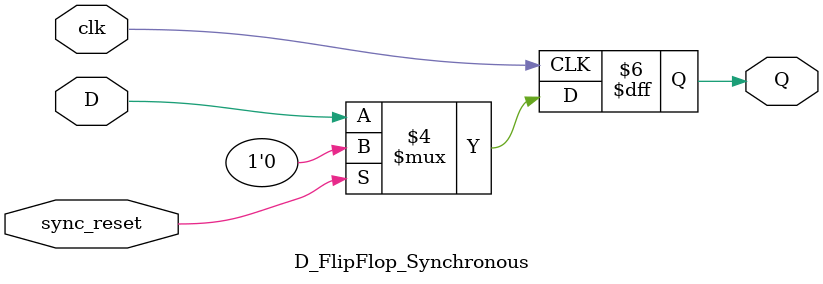
<source format=v>
module D_FlipFlop_Synchronous(D,clk,sync_reset,Q); 
input D; // Data input 
input clk; // clock input 
input sync_reset; // synchronous reset 
output reg Q; // output Q 
always @(posedge clk) 
begin 
if(sync_reset==1'b1) 
Q <= 1'b0; 
else 
Q <= D; 
end 
endmodule
</source>
